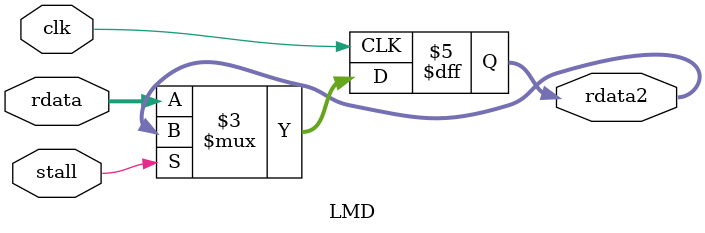
<source format=v>
`timescale 1ns / 1ps


module LMD(
input [31:0]rdata,
input clk,
input stall,
output reg [31:0]rdata2
    );
//    assign rdata2 = rdata;
    always@(posedge clk)begin
        if (stall);
        else begin
            rdata2 <= rdata;
        end
    end
endmodule

</source>
